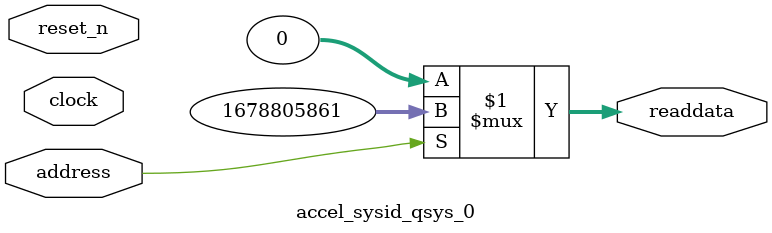
<source format=v>



// synthesis translate_off
`timescale 1ns / 1ps
// synthesis translate_on

// turn off superfluous verilog processor warnings 
// altera message_level Level1 
// altera message_off 10034 10035 10036 10037 10230 10240 10030 

module accel_sysid_qsys_0 (
               // inputs:
                address,
                clock,
                reset_n,

               // outputs:
                readdata
             )
;

  output  [ 31: 0] readdata;
  input            address;
  input            clock;
  input            reset_n;

  wire    [ 31: 0] readdata;
  //control_slave, which is an e_avalon_slave
  assign readdata = address ? 1678805861 : 0;

endmodule



</source>
